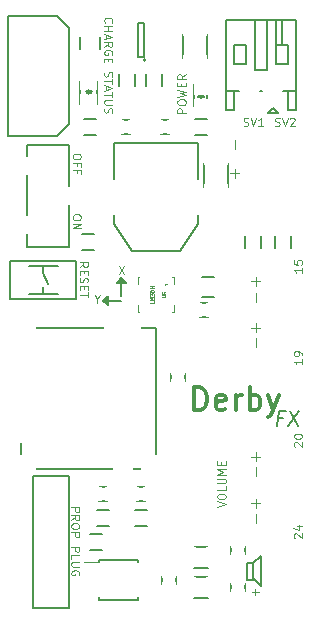
<source format=gto>
G04 #@! TF.GenerationSoftware,KiCad,Pcbnew,(2017-01-24 revision 0b6147e)-makepkg*
G04 #@! TF.CreationDate,2017-01-30T11:51:45-08:00*
G04 #@! TF.ProjectId,derbyFX,646572627946582E6B696361645F7063,rev?*
G04 #@! TF.FileFunction,Legend,Top*
G04 #@! TF.FilePolarity,Positive*
%FSLAX46Y46*%
G04 Gerber Fmt 4.6, Leading zero omitted, Abs format (unit mm)*
G04 Created by KiCad (PCBNEW (2017-01-24 revision 0b6147e)-makepkg) date 01/30/17 11:51:45*
%MOMM*%
%LPD*%
G01*
G04 APERTURE LIST*
%ADD10C,0.100000*%
%ADD11C,0.200000*%
%ADD12C,0.300000*%
%ADD13C,0.050000*%
%ADD14C,0.150000*%
%ADD15C,0.127000*%
%ADD16C,0.007620*%
%ADD17C,0.066040*%
%ADD18R,1.250000X0.650000*%
%ADD19R,0.650000X1.250000*%
%ADD20R,2.432000X2.432000*%
%ADD21O,2.432000X2.432000*%
%ADD22C,2.127200*%
%ADD23O,2.127200X2.127200*%
%ADD24R,1.400000X1.650000*%
%ADD25R,1.303020X0.901700*%
%ADD26R,1.150000X1.200000*%
%ADD27R,1.650000X1.400000*%
%ADD28R,2.000000X1.400000*%
%ADD29R,1.200000X1.150000*%
%ADD30R,1.100000X1.700000*%
%ADD31R,0.800000X1.100000*%
%ADD32R,1.197560X1.197560*%
%ADD33R,1.600000X2.100000*%
%ADD34O,1.600000X2.100000*%
%ADD35R,0.900000X1.300000*%
%ADD36R,1.300000X0.900000*%
%ADD37R,2.150000X1.100000*%
%ADD38R,1.900000X1.700000*%
%ADD39R,1.900000X1.200000*%
%ADD40R,1.800000X1.200000*%
%ADD41R,1.950000X1.400000*%
%ADD42R,1.400000X1.800000*%
%ADD43R,1.460000X1.050000*%
%ADD44R,4.057600X2.432000*%
%ADD45R,1.416000X2.432000*%
%ADD46R,1.850000X0.850000*%
%ADD47R,1.600000X1.600000*%
%ADD48R,2.000000X1.900000*%
%ADD49R,1.602740X0.652780*%
%ADD50R,2.299920X2.299920*%
%ADD51C,1.650006*%
%ADD52C,1.504000*%
%ADD53O,2.432000X2.127200*%
%ADD54C,1.500000*%
%ADD55R,1.800000X1.600000*%
%ADD56C,1.300000*%
G04 APERTURE END LIST*
D10*
X108783428Y-62864952D02*
X108783428Y-62103047D01*
X108783428Y-59054952D02*
X108783428Y-58293047D01*
X108783428Y-57657952D02*
X108783428Y-56896047D01*
X109164380Y-57277000D02*
X108402476Y-57277000D01*
X108783428Y-61594952D02*
X108783428Y-60833047D01*
X109164380Y-61214000D02*
X108402476Y-61214000D01*
X108783428Y-73786952D02*
X108783428Y-73025047D01*
X108783428Y-77723952D02*
X108783428Y-76962047D01*
X108783428Y-72516952D02*
X108783428Y-71755047D01*
X109164380Y-72136000D02*
X108402476Y-72136000D01*
X108783428Y-76453952D02*
X108783428Y-75692047D01*
X109164380Y-76073000D02*
X108402476Y-76073000D01*
X112078333Y-71272333D02*
X112045000Y-71239000D01*
X112011666Y-71172333D01*
X112011666Y-71005666D01*
X112045000Y-70939000D01*
X112078333Y-70905666D01*
X112145000Y-70872333D01*
X112211666Y-70872333D01*
X112311666Y-70905666D01*
X112711666Y-71305666D01*
X112711666Y-70872333D01*
X112011666Y-70439000D02*
X112011666Y-70372333D01*
X112045000Y-70305666D01*
X112078333Y-70272333D01*
X112145000Y-70239000D01*
X112278333Y-70205666D01*
X112445000Y-70205666D01*
X112578333Y-70239000D01*
X112645000Y-70272333D01*
X112678333Y-70305666D01*
X112711666Y-70372333D01*
X112711666Y-70439000D01*
X112678333Y-70505666D01*
X112645000Y-70539000D01*
X112578333Y-70572333D01*
X112445000Y-70605666D01*
X112278333Y-70605666D01*
X112145000Y-70572333D01*
X112078333Y-70539000D01*
X112045000Y-70505666D01*
X112011666Y-70439000D01*
D11*
X111100464Y-68875285D02*
X110700464Y-68875285D01*
X110621892Y-69503857D02*
X110771892Y-68303857D01*
X111343321Y-68303857D01*
X111686178Y-68303857D02*
X112336178Y-69503857D01*
X112486178Y-68303857D02*
X111536178Y-69503857D01*
D12*
X103577666Y-68169523D02*
X103577666Y-66269523D01*
X104030047Y-66269523D01*
X104301476Y-66360000D01*
X104482428Y-66540952D01*
X104572904Y-66721904D01*
X104663380Y-67083809D01*
X104663380Y-67355238D01*
X104572904Y-67717142D01*
X104482428Y-67898095D01*
X104301476Y-68079047D01*
X104030047Y-68169523D01*
X103577666Y-68169523D01*
X106201476Y-68079047D02*
X106020523Y-68169523D01*
X105658619Y-68169523D01*
X105477666Y-68079047D01*
X105387190Y-67898095D01*
X105387190Y-67174285D01*
X105477666Y-66993333D01*
X105658619Y-66902857D01*
X106020523Y-66902857D01*
X106201476Y-66993333D01*
X106291952Y-67174285D01*
X106291952Y-67355238D01*
X105387190Y-67536190D01*
X107106238Y-68169523D02*
X107106238Y-66902857D01*
X107106238Y-67264761D02*
X107196714Y-67083809D01*
X107287190Y-66993333D01*
X107468142Y-66902857D01*
X107649095Y-66902857D01*
X108282428Y-68169523D02*
X108282428Y-66269523D01*
X108282428Y-66993333D02*
X108463380Y-66902857D01*
X108825285Y-66902857D01*
X109006238Y-66993333D01*
X109096714Y-67083809D01*
X109187190Y-67264761D01*
X109187190Y-67807619D01*
X109096714Y-67988571D01*
X109006238Y-68079047D01*
X108825285Y-68169523D01*
X108463380Y-68169523D01*
X108282428Y-68079047D01*
X109820523Y-66902857D02*
X110272904Y-68169523D01*
X110725285Y-66902857D02*
X110272904Y-68169523D01*
X110091952Y-68621904D01*
X110001476Y-68712380D01*
X109820523Y-68802857D01*
D10*
X108762000Y-83832666D02*
X108762000Y-83299333D01*
X109028666Y-83566000D02*
X108495333Y-83566000D01*
D11*
X108077000Y-82550000D02*
X108585000Y-82550000D01*
X108077000Y-81153000D02*
X108077000Y-82550000D01*
X108585000Y-81153000D02*
X108077000Y-81153000D01*
X108585000Y-81153000D02*
X109220000Y-80518000D01*
X108585000Y-82423000D02*
X108585000Y-81153000D01*
X109220000Y-83058000D02*
X108585000Y-82423000D01*
X109220000Y-80645000D02*
X109220000Y-83058000D01*
D10*
X95377000Y-58784333D02*
X95377000Y-59117666D01*
X95143666Y-58417666D02*
X95377000Y-58784333D01*
X95610333Y-58417666D01*
X97175666Y-56004666D02*
X97642333Y-56704666D01*
X97642333Y-56004666D02*
X97175666Y-56704666D01*
D11*
X96139000Y-59055000D02*
X96139000Y-58801000D01*
X96266000Y-59309000D02*
X95885000Y-58928000D01*
X96266000Y-58547000D02*
X96266000Y-59309000D01*
X95885000Y-58928000D02*
X96266000Y-58547000D01*
X97409000Y-58928000D02*
X95885000Y-58928000D01*
X97409000Y-58547000D02*
X97409000Y-57404000D01*
X97409000Y-57404000D02*
X97028000Y-57404000D01*
X97028000Y-57404000D02*
X97409000Y-57023000D01*
X97409000Y-57023000D02*
X97790000Y-57404000D01*
X97790000Y-57404000D02*
X97409000Y-57404000D01*
X97409000Y-57404000D02*
X97409000Y-57277000D01*
X97282000Y-57277000D02*
X97409000Y-57150000D01*
X97409000Y-57150000D02*
X97536000Y-57277000D01*
X97409000Y-57150000D02*
X97536000Y-57277000D01*
X97282000Y-57277000D02*
X97409000Y-57150000D01*
X97409000Y-57404000D02*
X97409000Y-57277000D01*
X97790000Y-57404000D02*
X97409000Y-57404000D01*
X97409000Y-57023000D02*
X97790000Y-57404000D01*
X97028000Y-57404000D02*
X97409000Y-57023000D01*
X97409000Y-57404000D02*
X97028000Y-57404000D01*
X97409000Y-58547000D02*
X97409000Y-57404000D01*
D10*
X107005428Y-48513952D02*
X107005428Y-47752047D01*
X107386380Y-48133000D02*
X106624476Y-48133000D01*
X107005428Y-46100952D02*
X107005428Y-45339047D01*
X110418666Y-44098333D02*
X110518666Y-44131666D01*
X110685333Y-44131666D01*
X110752000Y-44098333D01*
X110785333Y-44065000D01*
X110818666Y-43998333D01*
X110818666Y-43931666D01*
X110785333Y-43865000D01*
X110752000Y-43831666D01*
X110685333Y-43798333D01*
X110552000Y-43765000D01*
X110485333Y-43731666D01*
X110452000Y-43698333D01*
X110418666Y-43631666D01*
X110418666Y-43565000D01*
X110452000Y-43498333D01*
X110485333Y-43465000D01*
X110552000Y-43431666D01*
X110718666Y-43431666D01*
X110818666Y-43465000D01*
X111018666Y-43431666D02*
X111252000Y-44131666D01*
X111485333Y-43431666D01*
X111685333Y-43498333D02*
X111718666Y-43465000D01*
X111785333Y-43431666D01*
X111952000Y-43431666D01*
X112018666Y-43465000D01*
X112052000Y-43498333D01*
X112085333Y-43565000D01*
X112085333Y-43631666D01*
X112052000Y-43731666D01*
X111652000Y-44131666D01*
X112085333Y-44131666D01*
X107751666Y-44098333D02*
X107851666Y-44131666D01*
X108018333Y-44131666D01*
X108085000Y-44098333D01*
X108118333Y-44065000D01*
X108151666Y-43998333D01*
X108151666Y-43931666D01*
X108118333Y-43865000D01*
X108085000Y-43831666D01*
X108018333Y-43798333D01*
X107885000Y-43765000D01*
X107818333Y-43731666D01*
X107785000Y-43698333D01*
X107751666Y-43631666D01*
X107751666Y-43565000D01*
X107785000Y-43498333D01*
X107818333Y-43465000D01*
X107885000Y-43431666D01*
X108051666Y-43431666D01*
X108151666Y-43465000D01*
X108351666Y-43431666D02*
X108585000Y-44131666D01*
X108818333Y-43431666D01*
X109418333Y-44131666D02*
X109018333Y-44131666D01*
X109218333Y-44131666D02*
X109218333Y-43431666D01*
X109151666Y-43531666D01*
X109085000Y-43598333D01*
X109018333Y-43631666D01*
X112711666Y-56140333D02*
X112711666Y-56540333D01*
X112711666Y-56340333D02*
X112011666Y-56340333D01*
X112111666Y-56407000D01*
X112178333Y-56473666D01*
X112211666Y-56540333D01*
X112011666Y-55507000D02*
X112011666Y-55840333D01*
X112345000Y-55873666D01*
X112311666Y-55840333D01*
X112278333Y-55773666D01*
X112278333Y-55607000D01*
X112311666Y-55540333D01*
X112345000Y-55507000D01*
X112411666Y-55473666D01*
X112578333Y-55473666D01*
X112645000Y-55507000D01*
X112678333Y-55540333D01*
X112711666Y-55607000D01*
X112711666Y-55773666D01*
X112678333Y-55840333D01*
X112645000Y-55873666D01*
X112711666Y-63887333D02*
X112711666Y-64287333D01*
X112711666Y-64087333D02*
X112011666Y-64087333D01*
X112111666Y-64154000D01*
X112178333Y-64220666D01*
X112211666Y-64287333D01*
X112711666Y-63554000D02*
X112711666Y-63420666D01*
X112678333Y-63354000D01*
X112645000Y-63320666D01*
X112545000Y-63254000D01*
X112411666Y-63220666D01*
X112145000Y-63220666D01*
X112078333Y-63254000D01*
X112045000Y-63287333D01*
X112011666Y-63354000D01*
X112011666Y-63487333D01*
X112045000Y-63554000D01*
X112078333Y-63587333D01*
X112145000Y-63620666D01*
X112311666Y-63620666D01*
X112378333Y-63587333D01*
X112411666Y-63554000D01*
X112445000Y-63487333D01*
X112445000Y-63354000D01*
X112411666Y-63287333D01*
X112378333Y-63254000D01*
X112311666Y-63220666D01*
X112078333Y-79019333D02*
X112045000Y-78986000D01*
X112011666Y-78919333D01*
X112011666Y-78752666D01*
X112045000Y-78686000D01*
X112078333Y-78652666D01*
X112145000Y-78619333D01*
X112211666Y-78619333D01*
X112311666Y-78652666D01*
X112711666Y-79052666D01*
X112711666Y-78619333D01*
X112245000Y-78019333D02*
X112711666Y-78019333D01*
X111978333Y-78186000D02*
X112478333Y-78352666D01*
X112478333Y-77919333D01*
X93155333Y-76406733D02*
X93855333Y-76406733D01*
X93855333Y-76673400D01*
X93822000Y-76740066D01*
X93788666Y-76773400D01*
X93722000Y-76806733D01*
X93622000Y-76806733D01*
X93555333Y-76773400D01*
X93522000Y-76740066D01*
X93488666Y-76673400D01*
X93488666Y-76406733D01*
X93155333Y-77506733D02*
X93488666Y-77273400D01*
X93155333Y-77106733D02*
X93855333Y-77106733D01*
X93855333Y-77373400D01*
X93822000Y-77440066D01*
X93788666Y-77473400D01*
X93722000Y-77506733D01*
X93622000Y-77506733D01*
X93555333Y-77473400D01*
X93522000Y-77440066D01*
X93488666Y-77373400D01*
X93488666Y-77106733D01*
X93855333Y-77940066D02*
X93855333Y-78073400D01*
X93822000Y-78140066D01*
X93755333Y-78206733D01*
X93622000Y-78240066D01*
X93388666Y-78240066D01*
X93255333Y-78206733D01*
X93188666Y-78140066D01*
X93155333Y-78073400D01*
X93155333Y-77940066D01*
X93188666Y-77873400D01*
X93255333Y-77806733D01*
X93388666Y-77773400D01*
X93622000Y-77773400D01*
X93755333Y-77806733D01*
X93822000Y-77873400D01*
X93855333Y-77940066D01*
X93155333Y-78540066D02*
X93855333Y-78540066D01*
X93855333Y-78806733D01*
X93822000Y-78873400D01*
X93788666Y-78906733D01*
X93722000Y-78940066D01*
X93622000Y-78940066D01*
X93555333Y-78906733D01*
X93522000Y-78873400D01*
X93488666Y-78806733D01*
X93488666Y-78540066D01*
X93155333Y-79773400D02*
X93855333Y-79773400D01*
X93855333Y-80040066D01*
X93822000Y-80106733D01*
X93788666Y-80140066D01*
X93722000Y-80173400D01*
X93622000Y-80173400D01*
X93555333Y-80140066D01*
X93522000Y-80106733D01*
X93488666Y-80040066D01*
X93488666Y-79773400D01*
X93155333Y-80806733D02*
X93155333Y-80473400D01*
X93855333Y-80473400D01*
X93855333Y-81040066D02*
X93288666Y-81040066D01*
X93222000Y-81073400D01*
X93188666Y-81106733D01*
X93155333Y-81173400D01*
X93155333Y-81306733D01*
X93188666Y-81373400D01*
X93222000Y-81406733D01*
X93288666Y-81440066D01*
X93855333Y-81440066D01*
X93822000Y-82140066D02*
X93855333Y-82073400D01*
X93855333Y-81973400D01*
X93822000Y-81873400D01*
X93755333Y-81806733D01*
X93688666Y-81773400D01*
X93555333Y-81740066D01*
X93455333Y-81740066D01*
X93322000Y-81773400D01*
X93255333Y-81806733D01*
X93188666Y-81873400D01*
X93155333Y-81973400D01*
X93155333Y-82040066D01*
X93188666Y-82140066D01*
X93222000Y-82173400D01*
X93455333Y-82173400D01*
X93455333Y-82040066D01*
X105534666Y-76388666D02*
X106234666Y-76155333D01*
X105534666Y-75922000D01*
X105534666Y-75555333D02*
X105534666Y-75422000D01*
X105568000Y-75355333D01*
X105634666Y-75288666D01*
X105768000Y-75255333D01*
X106001333Y-75255333D01*
X106134666Y-75288666D01*
X106201333Y-75355333D01*
X106234666Y-75422000D01*
X106234666Y-75555333D01*
X106201333Y-75622000D01*
X106134666Y-75688666D01*
X106001333Y-75722000D01*
X105768000Y-75722000D01*
X105634666Y-75688666D01*
X105568000Y-75622000D01*
X105534666Y-75555333D01*
X106234666Y-74622000D02*
X106234666Y-74955333D01*
X105534666Y-74955333D01*
X105534666Y-74388666D02*
X106101333Y-74388666D01*
X106168000Y-74355333D01*
X106201333Y-74322000D01*
X106234666Y-74255333D01*
X106234666Y-74122000D01*
X106201333Y-74055333D01*
X106168000Y-74022000D01*
X106101333Y-73988666D01*
X105534666Y-73988666D01*
X106234666Y-73655333D02*
X105534666Y-73655333D01*
X106034666Y-73422000D01*
X105534666Y-73188666D01*
X106234666Y-73188666D01*
X105868000Y-72855333D02*
X105868000Y-72622000D01*
X106234666Y-72522000D02*
X106234666Y-72855333D01*
X105534666Y-72855333D01*
X105534666Y-72522000D01*
X93866533Y-56082533D02*
X94199866Y-55849200D01*
X93866533Y-55682533D02*
X94566533Y-55682533D01*
X94566533Y-55949200D01*
X94533200Y-56015866D01*
X94499866Y-56049200D01*
X94433200Y-56082533D01*
X94333200Y-56082533D01*
X94266533Y-56049200D01*
X94233200Y-56015866D01*
X94199866Y-55949200D01*
X94199866Y-55682533D01*
X94233200Y-56382533D02*
X94233200Y-56615866D01*
X93866533Y-56715866D02*
X93866533Y-56382533D01*
X94566533Y-56382533D01*
X94566533Y-56715866D01*
X93899866Y-56982533D02*
X93866533Y-57082533D01*
X93866533Y-57249200D01*
X93899866Y-57315866D01*
X93933200Y-57349200D01*
X93999866Y-57382533D01*
X94066533Y-57382533D01*
X94133200Y-57349200D01*
X94166533Y-57315866D01*
X94199866Y-57249200D01*
X94233200Y-57115866D01*
X94266533Y-57049200D01*
X94299866Y-57015866D01*
X94366533Y-56982533D01*
X94433200Y-56982533D01*
X94499866Y-57015866D01*
X94533200Y-57049200D01*
X94566533Y-57115866D01*
X94566533Y-57282533D01*
X94533200Y-57382533D01*
X94233200Y-57682533D02*
X94233200Y-57915866D01*
X93866533Y-58015866D02*
X93866533Y-57682533D01*
X94566533Y-57682533D01*
X94566533Y-58015866D01*
X94566533Y-58215866D02*
X94566533Y-58615866D01*
X93866533Y-58415866D02*
X94566533Y-58415866D01*
X93982333Y-46657000D02*
X93982333Y-46790333D01*
X93949000Y-46857000D01*
X93882333Y-46923666D01*
X93749000Y-46957000D01*
X93515666Y-46957000D01*
X93382333Y-46923666D01*
X93315666Y-46857000D01*
X93282333Y-46790333D01*
X93282333Y-46657000D01*
X93315666Y-46590333D01*
X93382333Y-46523666D01*
X93515666Y-46490333D01*
X93749000Y-46490333D01*
X93882333Y-46523666D01*
X93949000Y-46590333D01*
X93982333Y-46657000D01*
X93649000Y-47490333D02*
X93649000Y-47257000D01*
X93282333Y-47257000D02*
X93982333Y-47257000D01*
X93982333Y-47590333D01*
X93649000Y-48090333D02*
X93649000Y-47857000D01*
X93282333Y-47857000D02*
X93982333Y-47857000D01*
X93982333Y-48190333D01*
X93982333Y-51790333D02*
X93982333Y-51923666D01*
X93949000Y-51990333D01*
X93882333Y-52057000D01*
X93749000Y-52090333D01*
X93515666Y-52090333D01*
X93382333Y-52057000D01*
X93315666Y-51990333D01*
X93282333Y-51923666D01*
X93282333Y-51790333D01*
X93315666Y-51723666D01*
X93382333Y-51657000D01*
X93515666Y-51623666D01*
X93749000Y-51623666D01*
X93882333Y-51657000D01*
X93949000Y-51723666D01*
X93982333Y-51790333D01*
X93282333Y-52390333D02*
X93982333Y-52390333D01*
X93282333Y-52790333D01*
X93982333Y-52790333D01*
X102856466Y-43018666D02*
X102156466Y-43018666D01*
X102156466Y-42752000D01*
X102189800Y-42685333D01*
X102223133Y-42652000D01*
X102289800Y-42618666D01*
X102389800Y-42618666D01*
X102456466Y-42652000D01*
X102489800Y-42685333D01*
X102523133Y-42752000D01*
X102523133Y-43018666D01*
X102156466Y-42185333D02*
X102156466Y-42052000D01*
X102189800Y-41985333D01*
X102256466Y-41918666D01*
X102389800Y-41885333D01*
X102623133Y-41885333D01*
X102756466Y-41918666D01*
X102823133Y-41985333D01*
X102856466Y-42052000D01*
X102856466Y-42185333D01*
X102823133Y-42252000D01*
X102756466Y-42318666D01*
X102623133Y-42352000D01*
X102389800Y-42352000D01*
X102256466Y-42318666D01*
X102189800Y-42252000D01*
X102156466Y-42185333D01*
X102156466Y-41652000D02*
X102856466Y-41485333D01*
X102356466Y-41352000D01*
X102856466Y-41218666D01*
X102156466Y-41052000D01*
X102489800Y-40785333D02*
X102489800Y-40552000D01*
X102856466Y-40452000D02*
X102856466Y-40785333D01*
X102156466Y-40785333D01*
X102156466Y-40452000D01*
X102856466Y-39752000D02*
X102523133Y-39985333D01*
X102856466Y-40152000D02*
X102156466Y-40152000D01*
X102156466Y-39885333D01*
X102189800Y-39818666D01*
X102223133Y-39785333D01*
X102289800Y-39752000D01*
X102389800Y-39752000D01*
X102456466Y-39785333D01*
X102489800Y-39818666D01*
X102523133Y-39885333D01*
X102523133Y-40152000D01*
X96016000Y-35389000D02*
X95982666Y-35355666D01*
X95949333Y-35255666D01*
X95949333Y-35189000D01*
X95982666Y-35089000D01*
X96049333Y-35022333D01*
X96116000Y-34989000D01*
X96249333Y-34955666D01*
X96349333Y-34955666D01*
X96482666Y-34989000D01*
X96549333Y-35022333D01*
X96616000Y-35089000D01*
X96649333Y-35189000D01*
X96649333Y-35255666D01*
X96616000Y-35355666D01*
X96582666Y-35389000D01*
X95949333Y-35689000D02*
X96649333Y-35689000D01*
X96316000Y-35689000D02*
X96316000Y-36089000D01*
X95949333Y-36089000D02*
X96649333Y-36089000D01*
X96149333Y-36389000D02*
X96149333Y-36722333D01*
X95949333Y-36322333D02*
X96649333Y-36555666D01*
X95949333Y-36789000D01*
X95949333Y-37422333D02*
X96282666Y-37189000D01*
X95949333Y-37022333D02*
X96649333Y-37022333D01*
X96649333Y-37289000D01*
X96616000Y-37355666D01*
X96582666Y-37389000D01*
X96516000Y-37422333D01*
X96416000Y-37422333D01*
X96349333Y-37389000D01*
X96316000Y-37355666D01*
X96282666Y-37289000D01*
X96282666Y-37022333D01*
X96616000Y-38089000D02*
X96649333Y-38022333D01*
X96649333Y-37922333D01*
X96616000Y-37822333D01*
X96549333Y-37755666D01*
X96482666Y-37722333D01*
X96349333Y-37689000D01*
X96249333Y-37689000D01*
X96116000Y-37722333D01*
X96049333Y-37755666D01*
X95982666Y-37822333D01*
X95949333Y-37922333D01*
X95949333Y-37989000D01*
X95982666Y-38089000D01*
X96016000Y-38122333D01*
X96249333Y-38122333D01*
X96249333Y-37989000D01*
X96316000Y-38422333D02*
X96316000Y-38655666D01*
X95949333Y-38755666D02*
X95949333Y-38422333D01*
X96649333Y-38422333D01*
X96649333Y-38755666D01*
X95982666Y-39555666D02*
X95949333Y-39655666D01*
X95949333Y-39822333D01*
X95982666Y-39889000D01*
X96016000Y-39922333D01*
X96082666Y-39955666D01*
X96149333Y-39955666D01*
X96216000Y-39922333D01*
X96249333Y-39889000D01*
X96282666Y-39822333D01*
X96316000Y-39689000D01*
X96349333Y-39622333D01*
X96382666Y-39589000D01*
X96449333Y-39555666D01*
X96516000Y-39555666D01*
X96582666Y-39589000D01*
X96616000Y-39622333D01*
X96649333Y-39689000D01*
X96649333Y-39855666D01*
X96616000Y-39955666D01*
X96649333Y-40155666D02*
X96649333Y-40555666D01*
X95949333Y-40355666D02*
X96649333Y-40355666D01*
X96149333Y-40755666D02*
X96149333Y-41089000D01*
X95949333Y-40689000D02*
X96649333Y-40922333D01*
X95949333Y-41155666D01*
X96649333Y-41289000D02*
X96649333Y-41689000D01*
X95949333Y-41489000D02*
X96649333Y-41489000D01*
X96649333Y-41922333D02*
X96082666Y-41922333D01*
X96016000Y-41955666D01*
X95982666Y-41989000D01*
X95949333Y-42055666D01*
X95949333Y-42189000D01*
X95982666Y-42255666D01*
X96016000Y-42289000D01*
X96082666Y-42322333D01*
X96649333Y-42322333D01*
X95982666Y-42622333D02*
X95949333Y-42722333D01*
X95949333Y-42889000D01*
X95982666Y-42955666D01*
X96016000Y-42989000D01*
X96082666Y-43022333D01*
X96149333Y-43022333D01*
X96216000Y-42989000D01*
X96249333Y-42955666D01*
X96282666Y-42889000D01*
X96316000Y-42755666D01*
X96349333Y-42689000D01*
X96382666Y-42655666D01*
X96449333Y-42622333D01*
X96516000Y-42622333D01*
X96582666Y-42655666D01*
X96616000Y-42689000D01*
X96649333Y-42755666D01*
X96649333Y-42922333D01*
X96616000Y-43022333D01*
D13*
X98830000Y-56920000D02*
X101830000Y-56920000D01*
X98830000Y-59920000D02*
X98830000Y-56920000D01*
X101830000Y-59920000D02*
X98830000Y-59920000D01*
X101830000Y-56920000D02*
X101830000Y-59920000D01*
X101371421Y-57620000D02*
G75*
G03X101371421Y-57620000I-141421J0D01*
G01*
D14*
X104275000Y-58635000D02*
X105275000Y-58635000D01*
X105275000Y-56935000D02*
X104275000Y-56935000D01*
D15*
X93604080Y-58747660D02*
X88005920Y-58747660D01*
X88005920Y-58747660D02*
X88005920Y-55552340D01*
X88005920Y-55552340D02*
X93604080Y-55552340D01*
X93604080Y-55552340D02*
X93604080Y-58747660D01*
X92003880Y-58348880D02*
X90805000Y-58348880D01*
X90805000Y-58348880D02*
X89606120Y-58348880D01*
X92003880Y-55951120D02*
X90805000Y-55951120D01*
X90805000Y-55951120D02*
X89606120Y-55951120D01*
X90805000Y-55951120D02*
X90805000Y-56550560D01*
X90805000Y-58348880D02*
X90805000Y-57749440D01*
X90805000Y-56550560D02*
X91203780Y-57548780D01*
D14*
X102835000Y-65055000D02*
X102835000Y-65755000D01*
X101635000Y-65755000D02*
X101635000Y-65055000D01*
X93892000Y-36584000D02*
X93892000Y-37584000D01*
X95592000Y-37584000D02*
X95592000Y-36584000D01*
X102607000Y-36338000D02*
X102607000Y-38338000D01*
X104657000Y-38338000D02*
X104657000Y-36338000D01*
X101442000Y-44796000D02*
X100742000Y-44796000D01*
X100742000Y-43596000D02*
X101442000Y-43596000D01*
X98140000Y-44796000D02*
X97440000Y-44796000D01*
X97440000Y-43596000D02*
X98140000Y-43596000D01*
X104385000Y-47260000D02*
X104385000Y-49260000D01*
X106435000Y-49260000D02*
X106435000Y-47260000D01*
X104044000Y-59090000D02*
X104744000Y-59090000D01*
X104744000Y-60290000D02*
X104044000Y-60290000D01*
X95535000Y-74711000D02*
X96235000Y-74711000D01*
X96235000Y-75911000D02*
X95535000Y-75911000D01*
X99410000Y-75911000D02*
X98710000Y-75911000D01*
X98710000Y-74711000D02*
X99410000Y-74711000D01*
X102073000Y-82200000D02*
X102073000Y-82900000D01*
X100873000Y-82900000D02*
X100873000Y-82200000D01*
X107915000Y-79660000D02*
X107915000Y-80360000D01*
X106715000Y-80360000D02*
X106715000Y-79660000D01*
X106715000Y-83535000D02*
X106715000Y-82835000D01*
X107915000Y-82835000D02*
X107915000Y-83535000D01*
X103540000Y-82310000D02*
X104740000Y-82310000D01*
X104740000Y-84060000D02*
X103540000Y-84060000D01*
X103540000Y-79770000D02*
X104740000Y-79770000D01*
X104740000Y-81520000D02*
X103540000Y-81520000D01*
X93912600Y-40352800D02*
X93912600Y-42252800D01*
X95317400Y-40327400D02*
X95317400Y-42227400D01*
X94665800Y-41449600D02*
X94665800Y-40999600D01*
X94890400Y-41448800D02*
X94390400Y-41448800D01*
X94640400Y-41448800D02*
X94890400Y-41198800D01*
X94890400Y-41198800D02*
X94390400Y-41198800D01*
X94390400Y-41198800D02*
X94640400Y-41448800D01*
X94390400Y-41198800D02*
X94640400Y-41448800D01*
X94890400Y-41198800D02*
X94390400Y-41198800D01*
X94640400Y-41448800D02*
X94890400Y-41198800D01*
X94890400Y-41448800D02*
X94390400Y-41448800D01*
X94615000Y-41449600D02*
X94615000Y-40999600D01*
X103590000Y-40556000D02*
X103590000Y-42456000D01*
X104690000Y-40556000D02*
X104690000Y-42456000D01*
X104140000Y-41456000D02*
X104140000Y-41906000D01*
X104390000Y-41406000D02*
X103890000Y-41406000D01*
X104140000Y-41406000D02*
X104390000Y-41656000D01*
X104390000Y-41656000D02*
X103890000Y-41656000D01*
X103890000Y-41656000D02*
X104140000Y-41406000D01*
X109736000Y-35152000D02*
X109736000Y-39402000D01*
X109736000Y-39402000D02*
X108736000Y-39402000D01*
X108736000Y-39402000D02*
X108736000Y-35152000D01*
X111136000Y-41152000D02*
X111486000Y-41152000D01*
X111486000Y-41152000D02*
X111486000Y-42752000D01*
X111486000Y-42752000D02*
X112186000Y-42752000D01*
X112186000Y-42752000D02*
X112186000Y-35152000D01*
X112186000Y-35152000D02*
X106286000Y-35152000D01*
X106286000Y-35152000D02*
X106286000Y-42752000D01*
X106286000Y-42752000D02*
X106986000Y-42752000D01*
X106986000Y-42752000D02*
X106986000Y-41152000D01*
X106986000Y-41152000D02*
X107336000Y-41152000D01*
X110236000Y-42602000D02*
X110636000Y-43002000D01*
X110636000Y-43002000D02*
X109836000Y-43002000D01*
X109836000Y-43002000D02*
X110236000Y-42602000D01*
X112186000Y-41152000D02*
X111486000Y-41152000D01*
X106286000Y-41152000D02*
X106986000Y-41152000D01*
X111536000Y-38902000D02*
X111536000Y-37302000D01*
X111536000Y-37302000D02*
X110536000Y-37302000D01*
X110536000Y-37302000D02*
X110536000Y-38902000D01*
X110536000Y-38902000D02*
X111536000Y-38902000D01*
X106936000Y-38902000D02*
X106936000Y-37302000D01*
X106936000Y-37302000D02*
X107936000Y-37302000D01*
X107936000Y-37302000D02*
X107936000Y-38902000D01*
X107936000Y-38902000D02*
X106936000Y-38902000D01*
X110536000Y-37302000D02*
X110536000Y-35152000D01*
X111036000Y-37302000D02*
X111036000Y-35152000D01*
X109336000Y-41152000D02*
X109136000Y-41152000D01*
X95115000Y-54650000D02*
X94115000Y-54650000D01*
X94115000Y-53300000D02*
X95115000Y-53300000D01*
X99528000Y-40759000D02*
X99528000Y-39759000D01*
X100878000Y-39759000D02*
X100878000Y-40759000D01*
X94242000Y-43521000D02*
X95242000Y-43521000D01*
X95242000Y-44871000D02*
X94242000Y-44871000D01*
X98592000Y-39747000D02*
X98592000Y-40747000D01*
X97242000Y-40747000D02*
X97242000Y-39747000D01*
X103640000Y-43521000D02*
X104640000Y-43521000D01*
X104640000Y-44871000D02*
X103640000Y-44871000D01*
X95750000Y-80050000D02*
X94750000Y-80050000D01*
X94750000Y-78700000D02*
X95750000Y-78700000D01*
X107910000Y-54475000D02*
X107910000Y-53475000D01*
X109260000Y-53475000D02*
X109260000Y-54475000D01*
X95385000Y-76668000D02*
X96385000Y-76668000D01*
X96385000Y-78018000D02*
X95385000Y-78018000D01*
X99560000Y-78018000D02*
X98560000Y-78018000D01*
X98560000Y-76668000D02*
X99560000Y-76668000D01*
X110450000Y-54475000D02*
X110450000Y-53475000D01*
X111800000Y-53475000D02*
X111800000Y-54475000D01*
X100330000Y-61214000D02*
X99060000Y-61214000D01*
X100330000Y-71882000D02*
X100330000Y-61214000D01*
X96012000Y-61214000D02*
X90170000Y-61214000D01*
X99060000Y-73152000D02*
X98298000Y-73152000D01*
X96774000Y-73152000D02*
X90170000Y-73152000D01*
X88900000Y-72136000D02*
X88900000Y-70866000D01*
X99460000Y-38530000D02*
G75*
G03X99460000Y-38530000I-100000J0D01*
G01*
X98810000Y-38280000D02*
X99310000Y-38280000D01*
X98810000Y-35380000D02*
X98810000Y-38280000D01*
X99310000Y-35380000D02*
X98810000Y-35380000D01*
X99310000Y-38280000D02*
X99310000Y-35380000D01*
X103886000Y-48641000D02*
X103886000Y-45593000D01*
X103886000Y-45593000D02*
X96774000Y-45593000D01*
X96774000Y-45593000D02*
X96774000Y-48641000D01*
X103886000Y-51689000D02*
X103886000Y-52451000D01*
X103886000Y-52451000D02*
X102362000Y-54737000D01*
X102362000Y-54737000D02*
X98298000Y-54737000D01*
X98298000Y-54737000D02*
X96774000Y-52451000D01*
X96774000Y-52451000D02*
X96774000Y-51689000D01*
X95480000Y-80875000D02*
X95480000Y-81125000D01*
X98830000Y-80875000D02*
X98830000Y-81125000D01*
X98830000Y-84225000D02*
X98830000Y-83975000D01*
X95480000Y-84225000D02*
X95480000Y-83975000D01*
X95480000Y-80875000D02*
X98830000Y-80875000D01*
X95480000Y-84225000D02*
X98830000Y-84225000D01*
X95480000Y-81125000D02*
X94230000Y-81125000D01*
D15*
X87823040Y-34798000D02*
X87823040Y-44958000D01*
X87823040Y-34798000D02*
X91975940Y-34798000D01*
X91975940Y-34798000D02*
X92976700Y-35798760D01*
X92976700Y-35798760D02*
X92976700Y-43957240D01*
X92976700Y-43957240D02*
X91975940Y-44958000D01*
X91975940Y-44958000D02*
X87823040Y-44958000D01*
D16*
X89628980Y-36329620D02*
X88930480Y-36329620D01*
D14*
X92964000Y-84963000D02*
X89916000Y-84963000D01*
X89916000Y-73787000D02*
X89916000Y-84963000D01*
X92964000Y-73787000D02*
X89916000Y-73787000D01*
X92964000Y-84963000D02*
X92964000Y-73787000D01*
X89408000Y-45720000D02*
X89408000Y-46736000D01*
X89408000Y-48260000D02*
X89408000Y-51816000D01*
X92964000Y-54356000D02*
X92964000Y-50673000D01*
X89408000Y-54356000D02*
X92964000Y-54356000D01*
X89408000Y-53213000D02*
X89408000Y-54356000D01*
X92964000Y-45720000D02*
X89408000Y-45720000D01*
X92964000Y-49403000D02*
X92964000Y-45720000D01*
D17*
X100866907Y-58648358D02*
X101109538Y-58648358D01*
X101138082Y-58634085D01*
X101152355Y-58619813D01*
X101166627Y-58591268D01*
X101166627Y-58534179D01*
X101152355Y-58505634D01*
X101138082Y-58491361D01*
X101109538Y-58477089D01*
X100866907Y-58477089D01*
X100866907Y-58191641D02*
X100866907Y-58334365D01*
X101009631Y-58348638D01*
X100995359Y-58334365D01*
X100981086Y-58305820D01*
X100981086Y-58234459D01*
X100995359Y-58205914D01*
X101009631Y-58191641D01*
X101038176Y-58177369D01*
X101109538Y-58177369D01*
X101138082Y-58191641D01*
X101152355Y-58205914D01*
X101166627Y-58234459D01*
X101166627Y-58305820D01*
X101152355Y-58334365D01*
X101138082Y-58348638D01*
X100165867Y-58990895D02*
X100165867Y-59133619D01*
X99866147Y-59133619D01*
X100165867Y-58890988D02*
X99866147Y-58890988D01*
X100151595Y-58762537D02*
X100165867Y-58719720D01*
X100165867Y-58648358D01*
X100151595Y-58619813D01*
X100137322Y-58605540D01*
X100108778Y-58591268D01*
X100080233Y-58591268D01*
X100051688Y-58605540D01*
X100037416Y-58619813D01*
X100023143Y-58648358D01*
X100008871Y-58705447D01*
X99994599Y-58733992D01*
X99980326Y-58748264D01*
X99951781Y-58762537D01*
X99923237Y-58762537D01*
X99894692Y-58748264D01*
X99880420Y-58733992D01*
X99866147Y-58705447D01*
X99866147Y-58634085D01*
X99880420Y-58591268D01*
X99866147Y-58491361D02*
X99866147Y-58305820D01*
X99980326Y-58405727D01*
X99980326Y-58362910D01*
X99994599Y-58334365D01*
X100008871Y-58320093D01*
X100037416Y-58305820D01*
X100108778Y-58305820D01*
X100137322Y-58320093D01*
X100151595Y-58334365D01*
X100165867Y-58362910D01*
X100165867Y-58448544D01*
X100151595Y-58477089D01*
X100137322Y-58491361D01*
X100165867Y-58177369D02*
X99866147Y-58177369D01*
X99866147Y-58106007D01*
X99880420Y-58063190D01*
X99908964Y-58034645D01*
X99937509Y-58020373D01*
X99994599Y-58006100D01*
X100037416Y-58006100D01*
X100094505Y-58020373D01*
X100123050Y-58034645D01*
X100151595Y-58063190D01*
X100165867Y-58106007D01*
X100165867Y-58177369D01*
X100165867Y-57877649D02*
X99866147Y-57877649D01*
X100008871Y-57877649D02*
X100008871Y-57706380D01*
X100165867Y-57706380D02*
X99866147Y-57706380D01*
%LPC*%
D18*
X101805000Y-57920000D03*
X101805000Y-58420000D03*
X101805000Y-58920000D03*
D19*
X101330000Y-59895000D03*
X100830000Y-59895000D03*
X100330000Y-59895000D03*
X99830000Y-59895000D03*
X99330000Y-59895000D03*
D18*
X98855000Y-58920000D03*
X98855000Y-58420000D03*
X98855000Y-57920000D03*
D19*
X99330000Y-56945000D03*
X99830000Y-56945000D03*
X100330000Y-56945000D03*
X100830000Y-56945000D03*
X101330000Y-56945000D03*
D20*
X111125000Y-83185000D03*
D21*
X111125000Y-80645000D03*
D22*
X108585000Y-50800000D03*
D23*
X111125000Y-50800000D03*
X108585000Y-48260000D03*
X111125000Y-48260000D03*
X108585000Y-45720000D03*
X111125000Y-45720000D03*
D24*
X105775000Y-57785000D03*
X103775000Y-57785000D03*
D25*
X92877640Y-58224420D03*
X88732360Y-58224420D03*
X92877640Y-56075580D03*
X88732360Y-56075580D03*
D26*
X102235000Y-64655000D03*
X102235000Y-66155000D03*
D27*
X94742000Y-38084000D03*
X94742000Y-36084000D03*
D28*
X103632000Y-38838000D03*
X103632000Y-35838000D03*
D29*
X101842000Y-44196000D03*
X100342000Y-44196000D03*
X98540000Y-44196000D03*
X97040000Y-44196000D03*
D28*
X105410000Y-49760000D03*
X105410000Y-46760000D03*
D29*
X103644000Y-59690000D03*
X105144000Y-59690000D03*
X95135000Y-75311000D03*
X96635000Y-75311000D03*
X99810000Y-75311000D03*
X98310000Y-75311000D03*
D26*
X101473000Y-81800000D03*
X101473000Y-83300000D03*
X107315000Y-79260000D03*
X107315000Y-80760000D03*
X107315000Y-83935000D03*
X107315000Y-82435000D03*
D30*
X105090000Y-83185000D03*
X103190000Y-83185000D03*
X105090000Y-80645000D03*
X103190000Y-80645000D03*
D31*
X94270600Y-40614600D03*
X94970600Y-40614600D03*
X94970600Y-41914600D03*
X94270600Y-41914600D03*
D32*
X104140000Y-42405300D03*
X104140000Y-40906700D03*
D33*
X110236000Y-41402000D03*
D34*
X108236000Y-41402000D03*
D35*
X93865000Y-53975000D03*
X95365000Y-53975000D03*
D36*
X100203000Y-39509000D03*
X100203000Y-41009000D03*
D35*
X95492000Y-44196000D03*
X93992000Y-44196000D03*
D36*
X97917000Y-40997000D03*
X97917000Y-39497000D03*
D35*
X104890000Y-44196000D03*
X103390000Y-44196000D03*
X94500000Y-79375000D03*
X96000000Y-79375000D03*
D36*
X108585000Y-53225000D03*
X108585000Y-54725000D03*
D35*
X96635000Y-77343000D03*
X95135000Y-77343000D03*
X98310000Y-77343000D03*
X99810000Y-77343000D03*
D36*
X111125000Y-53225000D03*
X111125000Y-54725000D03*
D37*
X89161620Y-62745620D03*
X89161620Y-63845620D03*
X89161620Y-64945620D03*
X89161620Y-66045620D03*
X89161620Y-67145620D03*
X89161620Y-68245620D03*
X89161620Y-69345620D03*
X89161620Y-70445620D03*
D38*
X89286620Y-72795620D03*
X89286620Y-61545620D03*
D39*
X96886620Y-61295620D03*
D40*
X97536620Y-73045620D03*
D41*
X99961620Y-72695620D03*
D42*
X98386620Y-61595620D03*
D43*
X100160000Y-37780000D03*
X100160000Y-36830000D03*
X100160000Y-35880000D03*
X97960000Y-35880000D03*
X97960000Y-37780000D03*
D44*
X100330000Y-53467000D03*
D45*
X100330000Y-46863000D03*
X98044000Y-46863000D03*
X102616000Y-46863000D03*
D46*
X94955000Y-81575000D03*
X94955000Y-82225000D03*
X94955000Y-82875000D03*
X94955000Y-83525000D03*
X99355000Y-83525000D03*
X99355000Y-82875000D03*
X99355000Y-82225000D03*
X99355000Y-81575000D03*
D47*
X104493060Y-72722740D03*
X102493060Y-72722740D03*
D48*
X103493060Y-75962740D03*
D49*
X91948000Y-38580060D03*
X91948000Y-39230300D03*
X91948000Y-39878000D03*
X91948000Y-40525700D03*
X91948000Y-41175940D03*
D50*
X89273380Y-38679120D03*
X89273380Y-41076880D03*
D51*
X89278000Y-36448000D03*
X89278000Y-43308000D03*
D52*
X91948000Y-42375940D03*
X91948000Y-37375940D03*
D53*
X91440000Y-83185000D03*
X91440000Y-80645000D03*
X91440000Y-78105000D03*
X91440000Y-75565000D03*
D54*
X111760000Y-57284000D03*
X111760000Y-58584000D03*
X111760000Y-59884000D03*
X111760000Y-61184000D03*
X111760000Y-62484000D03*
X111760000Y-77343000D03*
X111760000Y-76043000D03*
X111760000Y-74743000D03*
X111760000Y-73443000D03*
X111760000Y-72143000D03*
X109982000Y-72106000D03*
X109982000Y-73406000D03*
X109982000Y-57277000D03*
X109982000Y-58577000D03*
X109982000Y-76043000D03*
X109982000Y-77343000D03*
X109982000Y-62484000D03*
X109982000Y-61184000D03*
D55*
X88978740Y-47531020D03*
X88978740Y-52531020D03*
X93378740Y-50031020D03*
D56*
X91178740Y-46631020D03*
X91178740Y-53431020D03*
M02*

</source>
